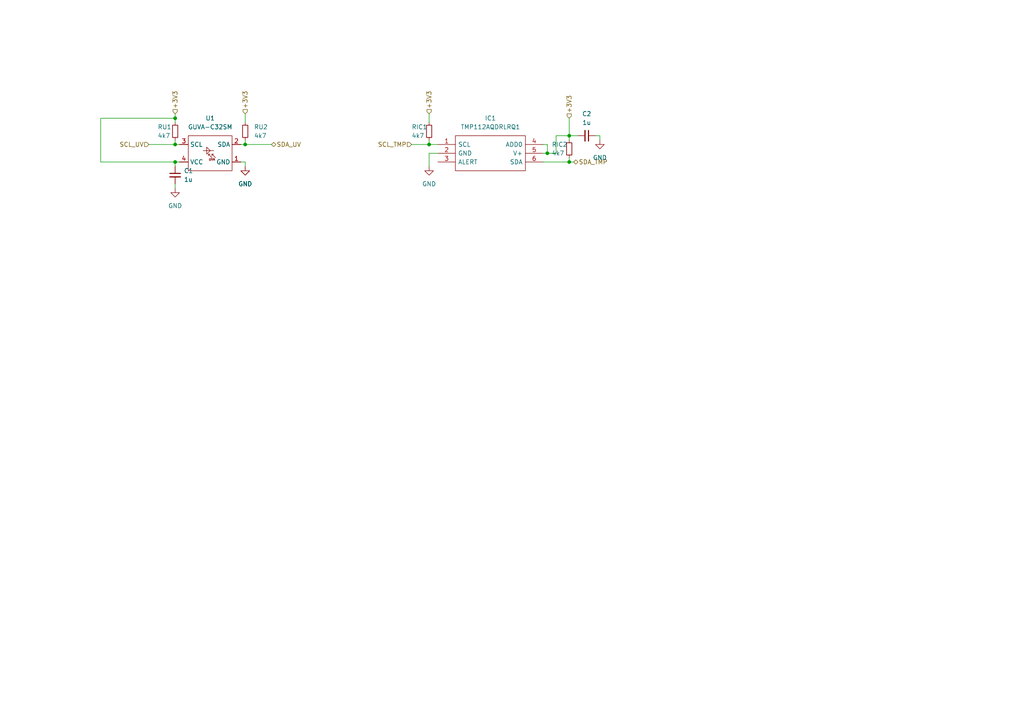
<source format=kicad_sch>
(kicad_sch (version 20211123) (generator eeschema)
  (paper "A4")
  (lib_symbols
    (symbol "Device:C_Small" (pin_numbers hide) (pin_names (offset 0.254) hide)
      (property "Reference" "C" (at 0.254 1.778 0))
      (property "Value" "C_Small" (at 0.254 -2.032 0))
      (symbol "C_Small_0_1"
        (polyline (pts (xy -1.524 -0.508) (xy 1.524 -0.508)) (stroke (width 0.3302)))
        (polyline (pts (xy -1.524 0.508) (xy 1.524 0.508)) (stroke (width 0.3048)))
      )
      (symbol "C_Small_1_1"
        (pin passive line (at 0 2.54 270) (length 2.032) (name "~") (number "1"))
        (pin passive line (at 0 -2.54 90) (length 2.032) (name "~") (number "2"))
      )
    )
    (symbol "Device:R_Small" (pin_numbers hide) (pin_names (offset 0.254) hide)
      (property "Reference" "R" (at 0.762 0.508 0))
      (property "Value" "R_Small" (at 0.762 -1.016 0))
      (symbol "R_Small_0_1"
        (rectangle (start -0.762 1.778) (end 0.762 -1.778) (stroke (width 0.2032)))
      )
      (symbol "R_Small_1_1"
        (pin passive line (at 0 2.54 270) (length 0.762) (name "~") (number "1"))
        (pin passive line (at 0 -2.54 90) (length 0.762) (name "~") (number "2"))
      )
    )
    (symbol "SamacSys:TMP112AQDRLRQ1" (pin_names (offset 0.762))
      (property "Reference" "IC" (at 26.67 7.62 0))
      (property "Value" "TMP112AQDRLRQ1" (at 26.67 5.08 0))
      (symbol "TMP112AQDRLRQ1_0_0"
        (pin passive line (at 0 0 0) (length 5.08) (name "SCL") (number "1"))
        (pin passive line (at 0 -2.54 0) (length 5.08) (name "GND") (number "2"))
        (pin passive line (at 0 -5.08 0) (length 5.08) (name "ALERT") (number "3"))
        (pin passive line (at 30.48 0 180) (length 5.08) (name "ADD0") (number "4"))
        (pin passive line (at 30.48 -2.54 180) (length 5.08) (name "V+") (number "5"))
        (pin passive line (at 30.48 -5.08 180) (length 5.08) (name "SDA") (number "6"))
      )
      (symbol "TMP112AQDRLRQ1_0_1"
        (polyline (pts (xy 5.08 2.54) (xy 25.4 2.54) (xy 25.4 -7.62) (xy 5.08 -7.62) (xy 5.08 2.54)) (stroke (width 0.1524)))
      )
    )
    (symbol "USER_Optic:GUVA-C32SM"
      (property "Reference" "U" (at 0 8.89 0))
      (property "Value" "GUVA-C32SM" (at 0 6.35 0))
      (symbol "GUVA-C32SM_0_0"
        (polyline (pts (xy -0.508 0.254) (xy -1.524 1.27)))
        (polyline (pts (xy 0.508 0.254) (xy -0.508 1.27)))
        (polyline (pts (xy -0.508 0.762) (xy -0.508 0.254) (xy -1.016 0.254)))
        (polyline (pts (xy 0 0.254) (xy 0.508 0.254) (xy 0.508 0.762)))
        (text "UVA" (at -0.508 1.778 0) (effects (font (size 0.635 0.635))))
      )
      (symbol "GUVA-C32SM_0_1"
        (rectangle (start -6.35 5.08) (end 6.35 -5.08))
        (polyline (pts (xy -1.016 -0.762) (xy 2.032 -0.762)))
        (polyline (pts (xy 1.016 -1.778) (xy 0 -0.762)))
        (polyline (pts (xy 0 -0.762) (xy 1.016 0.254) (xy 1.016 -1.778)))
      )
      (symbol "GUVA-C32SM_1_1"
        (pin power_in line (at -8.89 2.54 0) (length 2.54) (name "GND") (number "1"))
        (pin bidirectional line (at -8.89 -2.54 0) (length 2.54) (name "SDA") (number "2"))
        (pin input line (at 8.89 -2.54 180) (length 2.54) (name "SCL") (number "3"))
        (pin power_in line (at 8.89 2.54 180) (length 2.54) (name "VCC") (number "4"))
      )
    )
    (symbol "power:GND" (power) (pin_names (offset 0))
      (property "Value" "GND" (at 0 -3.81 0))
      (symbol "GND_0_1"
        (polyline (pts (xy 0 0) (xy 0 -1.27) (xy 1.27 -1.27) (xy 0 -2.54) (xy -1.27 -1.27) (xy 0 -1.27)))
      )
      (symbol "GND_1_1"
        (pin power_in line (at 0 0 270) (length 0) hide (name "GND") (number "1"))
      )
    )
  )
  (junction (at 158.75 44.45))
  (junction (at 165.1 39.37))
  (junction (at 71.12 41.91))
  (junction (at 124.46 41.91))
  (junction (at 165.1 46.99))
  (junction (at 50.8 34.29))
  (junction (at 50.8 41.91))
  (junction (at 50.8 46.99))
  (wire (pts (xy 50.8 53.34) (xy 50.8 54.61)))
  (wire (pts (xy 71.12 33.02) (xy 71.12 35.56)))
  (wire (pts (xy 50.8 46.99) (xy 52.07 46.99)))
  (wire (pts (xy 157.48 44.45) (xy 158.75 44.45)))
  (wire (pts (xy 165.1 45.72) (xy 165.1 46.99)))
  (wire (pts (xy 29.21 34.29) (xy 50.8 34.29)))
  (wire (pts (xy 71.12 40.64) (xy 71.12 41.91)))
  (wire (pts (xy 124.46 41.91) (xy 127 41.91)))
  (wire (pts (xy 71.12 41.91) (xy 78.74 41.91)))
  (wire (pts (xy 157.48 41.91) (xy 158.75 41.91)))
  (wire (pts (xy 165.1 39.37) (xy 167.64 39.37)))
  (wire (pts (xy 119.38 41.91) (xy 124.46 41.91)))
  (wire (pts (xy 166.37 46.99) (xy 165.1 46.99)))
  (wire (pts (xy 50.8 33.02) (xy 50.8 34.29)))
  (wire (pts (xy 124.46 40.64) (xy 124.46 41.91)))
  (wire (pts (xy 69.85 46.99) (xy 71.12 46.99)))
  (wire (pts (xy 124.46 33.02) (xy 124.46 35.56)))
  (wire (pts (xy 161.29 44.45) (xy 161.29 39.37)))
  (wire (pts (xy 165.1 46.99) (xy 157.48 46.99)))
  (wire (pts (xy 29.21 46.99) (xy 50.8 46.99)))
  (wire (pts (xy 50.8 34.29) (xy 50.8 35.56)))
  (wire (pts (xy 50.8 41.91) (xy 52.07 41.91)))
  (wire (pts (xy 172.72 39.37) (xy 173.99 39.37)))
  (wire (pts (xy 158.75 41.91) (xy 158.75 44.45)))
  (wire (pts (xy 50.8 46.99) (xy 50.8 48.26)))
  (wire (pts (xy 161.29 39.37) (xy 165.1 39.37)))
  (wire (pts (xy 127 44.45) (xy 124.46 44.45)))
  (wire (pts (xy 43.18 41.91) (xy 50.8 41.91)))
  (wire (pts (xy 173.99 39.37) (xy 173.99 40.64)))
  (wire (pts (xy 158.75 44.45) (xy 161.29 44.45)))
  (wire (pts (xy 50.8 40.64) (xy 50.8 41.91)))
  (wire (pts (xy 71.12 46.99) (xy 71.12 48.26)))
  (wire (pts (xy 29.21 46.99) (xy 29.21 34.29)))
  (wire (pts (xy 69.85 41.91) (xy 71.12 41.91)))
  (wire (pts (xy 165.1 34.29) (xy 165.1 39.37)))
  (wire (pts (xy 165.1 39.37) (xy 165.1 40.64)))
  (wire (pts (xy 124.46 44.45) (xy 124.46 48.26)))
  (hierarchical_label "SDA_TMP" (shape bidirectional) (at 166.37 46.99 0))
  (hierarchical_label "SDA_UV" (shape bidirectional) (at 78.74 41.91 0))
  (hierarchical_label "+3V3" (shape input) (at 165.1 34.29 90))
  (hierarchical_label "+3V3" (shape input) (at 50.8 33.02 90))
  (hierarchical_label "SCL_TMP" (shape input) (at 119.38 41.91 180))
  (hierarchical_label "+3V3" (shape input) (at 124.46 33.02 90))
  (hierarchical_label "+3V3" (shape input) (at 71.12 33.02 90))
  (hierarchical_label "SCL_UV" (shape input) (at 43.18 41.91 180))
  (symbol (lib_id "power:GND") (at 71.12 48.26 0) (unit 1)
    (property "Reference" "#PWR03" (effects hide))
    (property "Value" "GND" (at 71.12 53.34 0))
  )
  (symbol (lib_id "power:GND") (at 124.46 48.26 0) (unit 1)
    (property "Reference" "#PWR0101" (effects hide))
    (property "Value" "GND" (at 124.46 53.34 0))
  )
  (symbol (lib_id "Device:C_Small") (at 170.18 39.37 270) (unit 1)
    (property "Reference" "C2" (at 170.1736 33.02 90))
    (property "Value" "1u" (at 170.1736 35.56 90))
    (property "Footprint" "Capacitor_SMD:C_0603_1608Metric" (effects hide))
  )
  (symbol (lib_id "Device:R_Small") (at 124.46 38.1 0) (unit 1)
    (property "Reference" "RIC1" (at 119.38 36.83 0) (effects (justify left)))
    (property "Value" "4k7" (at 119.38 39.37 0) (effects (justify left)))
    (property "Footprint" "Resistor_SMD:R_0603_1608Metric" (effects hide))
  )
  (symbol (lib_id "power:GND") (at 173.99 40.64 0) (unit 1)
    (property "Reference" "#PWR0102" (effects hide))
    (property "Value" "GND" (at 173.99 45.72 0))
  )
  (symbol (lib_id "power:GND") (at 71.12 48.26 0) (unit 1)
    (property "Reference" "#PWR04" (effects hide))
    (property "Value" "GND" (at 71.12 53.34 0))
  )
  (symbol (lib_id "Device:C_Small") (at 50.8 50.8 0) (unit 1)
    (property "Reference" "C1" (at 53.34 49.5362 0) (effects (justify left)))
    (property "Value" "1u" (at 53.34 52.0762 0) (effects (justify left)))
    (property "Footprint" "Capacitor_SMD:C_0603_1608Metric" (effects hide))
  )
  (symbol (lib_id "Device:R_Small") (at 165.1 43.18 0) (unit 1)
    (property "Reference" "RIC2" (at 160.02 41.91 0) (effects (justify left)))
    (property "Value" "4k7" (at 160.02 44.45 0) (effects (justify left)))
    (property "Footprint" "Resistor_SMD:R_0603_1608Metric" (effects hide))
  )
  (symbol (lib_id "Device:R_Small") (at 50.8 38.1 0) (unit 1)
    (property "Reference" "RU1" (at 45.72 36.83 0) (effects (justify left)))
    (property "Value" "4k7" (at 45.72 39.37 0) (effects (justify left)))
    (property "Footprint" "Resistor_SMD:R_0603_1608Metric" (effects hide))
  )
  (symbol (lib_id "USER_Optic:GUVA-C32SM") (at 60.96 44.45 180) (unit 1)
    (property "Reference" "U1" (at 60.96 34.29 0))
    (property "Value" "GUVA-C32SM" (at 60.96 36.83 0))
    (property "Footprint" "Package_SO:SO-4_4.4x3.6mm_P2.54mm" (effects hide))
  )
  (symbol (lib_id "Device:R_Small") (at 71.12 38.1 0) (unit 1)
    (property "Reference" "RU2" (at 73.66 36.8299 0) (effects (justify left)))
    (property "Value" "4k7" (at 73.66 39.3699 0) (effects (justify left)))
    (property "Footprint" "Resistor_SMD:R_0603_1608Metric" (effects hide))
  )
  (symbol (lib_id "SamacSys:TMP112AQDRLRQ1") (at 127 41.91 0) (unit 1)
    (property "Reference" "IC1" (at 142.24 34.29 0))
    (property "Value" "TMP112AQDRLRQ1" (at 142.24 36.83 0))
    (property "Footprint" "Package_TO_SOT_SMD:SOT-563" (effects hide))
    (property "Datasheet" "http://www.ti.com/lit/gpn/tmp112-q1" (effects hide))
    (property "Description" "Automotive Grade, 1.4V-Capable +/-0.5C Temperature Sensor with Alert Function and I2C/SMBus" (effects hide))
    (property "Height" "0.6" (effects hide))
    (property "Mouser Part Number" "595-TMP112AQDRLRQ1" (effects hide))
    (property "Mouser Price/Stock" "https://www.mouser.co.uk/ProductDetail/Texas-Instruments/TMP112AQDRLRQ1?qs=asCBFxFfL1Q5YmJCm%252BGnCQ%3D%3D" (effects hide))
    (property "Manufacturer_Name" "Texas Instruments" (effects hide))
    (property "Manufacturer_Part_Number" "TMP112AQDRLRQ1" (effects hide))
  )
  (symbol (lib_id "power:GND") (at 50.8 54.61 0) (unit 1)
    (property "Reference" "#PWR02" (effects hide))
    (property "Value" "GND" (at 50.8 59.69 0))
  )
)
</source>
